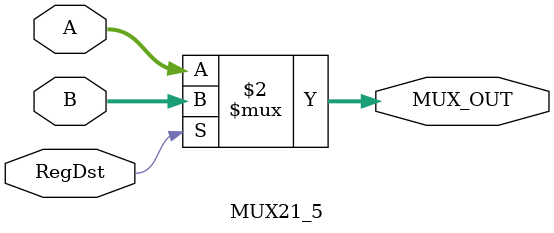
<source format=v>
`timescale 1ns / 1ps
module MUX21_5(
	input [4 : 0] A, B,
	input RegDst,
	output [4 : 0] MUX_OUT
    );

	assign MUX_OUT = (RegDst==1) ? B : A; 

endmodule

</source>
